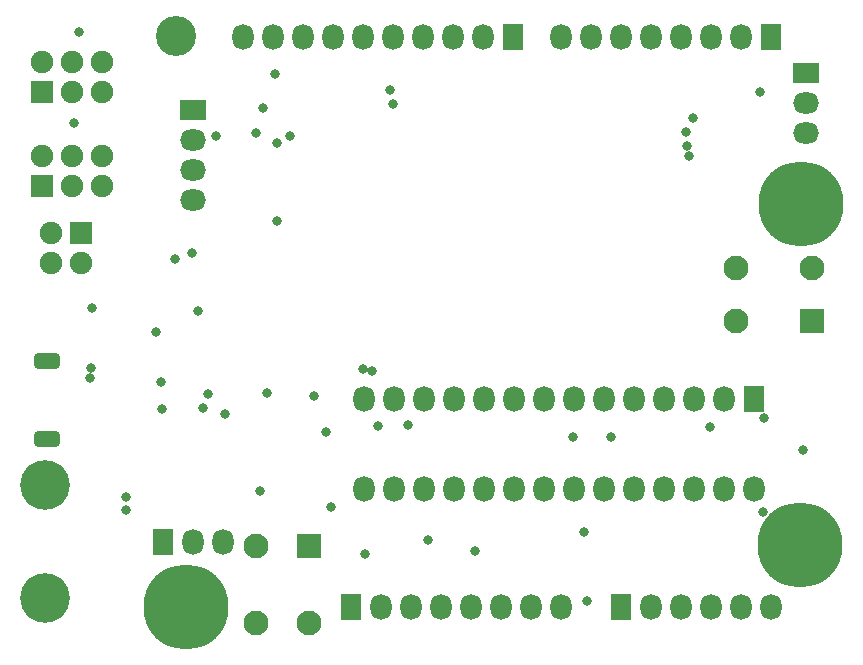
<source format=gbs>
G04*
G04 #@! TF.GenerationSoftware,Altium Limited,Altium Designer,25.4.2 (15)*
G04*
G04 Layer_Color=16711935*
%FSLAX44Y44*%
%MOMM*%
G71*
G04*
G04 #@! TF.SameCoordinates,EB978DBB-77F5-4BF1-8C58-C0B6FF9767F6*
G04*
G04*
G04 #@! TF.FilePolarity,Negative*
G04*
G01*
G75*
%ADD40R,2.1000X2.1000*%
%ADD56R,1.9000X1.9000*%
%ADD57C,1.9000*%
%ADD58O,2.2000X1.8000*%
%ADD59R,2.2000X1.8000*%
G04:AMPARAMS|DCode=60|XSize=2.2mm|YSize=1.4mm|CornerRadius=0.4mm|HoleSize=0mm|Usage=FLASHONLY|Rotation=0.000|XOffset=0mm|YOffset=0mm|HoleType=Round|Shape=RoundedRectangle|*
%AMROUNDEDRECTD60*
21,1,2.2000,0.6000,0,0,0.0*
21,1,1.4000,1.4000,0,0,0.0*
1,1,0.8000,0.7000,-0.3000*
1,1,0.8000,-0.7000,-0.3000*
1,1,0.8000,-0.7000,0.3000*
1,1,0.8000,0.7000,0.3000*
%
%ADD60ROUNDEDRECTD60*%
%ADD61O,1.8000X2.2000*%
%ADD62R,1.8000X2.2000*%
%ADD63C,4.2000*%
%ADD64C,7.2000*%
%ADD65C,3.4000*%
%ADD66C,2.1000*%
%ADD67R,2.1000X2.1000*%
%ADD68C,0.8000*%
D40*
X244242Y76696D02*
D03*
D56*
X50800Y342000D02*
D03*
X18034Y461010D02*
D03*
Y381254D02*
D03*
D57*
X25400Y342000D02*
D03*
X50800Y316600D02*
D03*
X25400D02*
D03*
X43434Y461010D02*
D03*
X68834D02*
D03*
X18034Y486410D02*
D03*
X43434D02*
D03*
X68834D02*
D03*
Y406654D02*
D03*
X43434D02*
D03*
X18034D02*
D03*
X68834Y381254D02*
D03*
X43434D02*
D03*
D58*
X146000Y369800D02*
D03*
Y395200D02*
D03*
Y420600D02*
D03*
X665000Y426000D02*
D03*
Y451400D02*
D03*
D59*
X146000Y446000D02*
D03*
X665000Y476800D02*
D03*
D60*
X22355Y233492D02*
D03*
Y167492D02*
D03*
D61*
X187960Y508000D02*
D03*
X213360D02*
D03*
X238760D02*
D03*
X264160D02*
D03*
X289560D02*
D03*
X314960D02*
D03*
X340360D02*
D03*
X365760D02*
D03*
X391160D02*
D03*
X146000Y80000D02*
D03*
X171400D02*
D03*
X635000Y25400D02*
D03*
X609600D02*
D03*
X584200D02*
D03*
X558800D02*
D03*
X533400D02*
D03*
X457200Y508000D02*
D03*
X482600D02*
D03*
X508000D02*
D03*
X533400D02*
D03*
X558800D02*
D03*
X584200D02*
D03*
X609600D02*
D03*
X595376Y201422D02*
D03*
X569976D02*
D03*
X544576D02*
D03*
X519176D02*
D03*
X493776D02*
D03*
X468376D02*
D03*
X442976D02*
D03*
X417576D02*
D03*
X392176D02*
D03*
X366776D02*
D03*
X341376D02*
D03*
X315976D02*
D03*
X290576D02*
D03*
X620776Y125222D02*
D03*
X595376D02*
D03*
X569976D02*
D03*
X544576D02*
D03*
X519176D02*
D03*
X493776D02*
D03*
X468376D02*
D03*
X442976D02*
D03*
X417576D02*
D03*
X392176D02*
D03*
X366776D02*
D03*
X341376D02*
D03*
X315976D02*
D03*
X290576D02*
D03*
X304800Y25400D02*
D03*
X330200D02*
D03*
X355600D02*
D03*
X381000D02*
D03*
X406400D02*
D03*
X431800D02*
D03*
X457200D02*
D03*
D62*
X416560Y508000D02*
D03*
X120600Y80000D02*
D03*
X508000Y25400D02*
D03*
X635000Y508000D02*
D03*
X620776Y201422D02*
D03*
X279400Y25400D02*
D03*
D63*
X21000Y128000D02*
D03*
Y33000D02*
D03*
D64*
X660400Y366014D02*
D03*
X139700Y25400D02*
D03*
X659892Y77470D02*
D03*
D65*
X131826Y508508D02*
D03*
D66*
X670500Y312326D02*
D03*
X605500Y267326D02*
D03*
Y312326D02*
D03*
X199242Y76696D02*
D03*
X244242Y11696D02*
D03*
X199242D02*
D03*
D67*
X670500Y267326D02*
D03*
D68*
X215646Y475996D02*
D03*
X114300Y258064D02*
D03*
X150622Y275844D02*
D03*
X258826Y173228D02*
D03*
X199390Y426720D02*
D03*
X477266Y88646D02*
D03*
X384556Y72390D02*
D03*
X344932Y81534D02*
D03*
X291846Y70358D02*
D03*
X227838Y423672D02*
D03*
X217170Y417830D02*
D03*
X165100Y423672D02*
D03*
X44958Y435102D02*
D03*
X49530Y512064D02*
D03*
X60452Y278638D02*
D03*
X629158Y185166D02*
D03*
X173228Y188722D02*
D03*
X217170Y351790D02*
D03*
X202946Y123444D02*
D03*
X262890Y109474D02*
D03*
X208534Y206502D02*
D03*
X248158Y203708D02*
D03*
X58928Y218565D02*
D03*
X59944Y227838D02*
D03*
X628650Y105410D02*
D03*
X479806Y29972D02*
D03*
X315468Y450850D02*
D03*
X312674Y462534D02*
D03*
X130810Y319786D02*
D03*
X145034Y325120D02*
D03*
X499618Y169418D02*
D03*
X468122Y169164D02*
D03*
X89408Y118364D02*
D03*
X89154Y107188D02*
D03*
X564642Y415798D02*
D03*
X154178Y193548D02*
D03*
X119634Y193040D02*
D03*
X158496Y205740D02*
D03*
X119126Y215900D02*
D03*
X205232Y447294D02*
D03*
X565658Y406654D02*
D03*
X583692Y177292D02*
D03*
X563372Y427482D02*
D03*
X569214Y438912D02*
D03*
X662142Y158372D02*
D03*
X626110Y461264D02*
D03*
X327660Y178816D02*
D03*
X289709Y226870D02*
D03*
X303022Y178054D02*
D03*
X297434Y224790D02*
D03*
M02*

</source>
